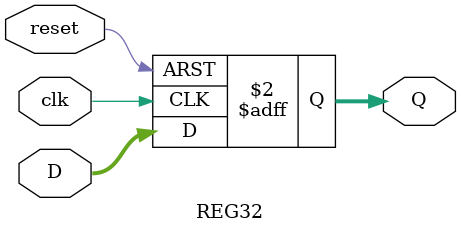
<source format=v>
`timescale 1ns / 1ps
/****************************** C E C S  4 4 0 ******************************
 * 
 * File Name:  REG32.v
 * Project:    Lab_Assignment_4
 * Designer:   Thomas Nguyen
 * Email:      tholinngu@gmail.com
 * Rev. No.:   Version 1.0
 * Rev. Date:  03/01/2019
 *
 * Purpose: A 32 bit register that passes input of D to Q on every active
 * edge of the clock. Used as a pipeline register.
 *
 * Notes: 
 ****************************************************************************/
module REG32(clk, reset, D, Q);

   input             clk, reset;
   input      [31:0] D;
   output reg [31:0] Q;

   //Sequential Block. Output gets input else gets 0 on reset
   always@(posedge clk, posedge reset)
      if(reset)
         Q <= 32'b0;
      else
         Q <= D;

endmodule

</source>
